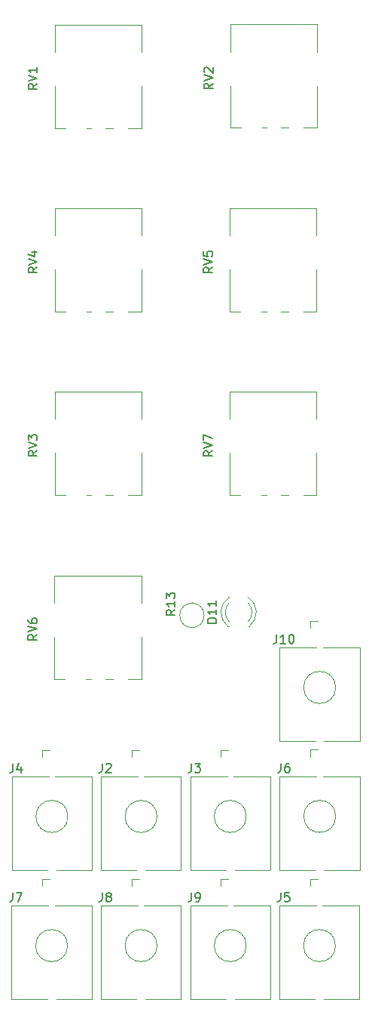
<source format=gbr>
%TF.GenerationSoftware,KiCad,Pcbnew,7.0.1-0*%
%TF.CreationDate,2023-11-10T19:31:01+13:00*%
%TF.ProjectId,Punkys-new-brew_control,50756e6b-7973-42d6-9e65-772d62726577,003*%
%TF.SameCoordinates,Original*%
%TF.FileFunction,Legend,Top*%
%TF.FilePolarity,Positive*%
%FSLAX46Y46*%
G04 Gerber Fmt 4.6, Leading zero omitted, Abs format (unit mm)*
G04 Created by KiCad (PCBNEW 7.0.1-0) date 2023-11-10 19:31:01*
%MOMM*%
%LPD*%
G01*
G04 APERTURE LIST*
%ADD10C,0.150000*%
%ADD11C,0.120000*%
G04 APERTURE END LIST*
D10*
%TO.C,RV4*%
X123962619Y-61470238D02*
X123486428Y-61803571D01*
X123962619Y-62041666D02*
X122962619Y-62041666D01*
X122962619Y-62041666D02*
X122962619Y-61660714D01*
X122962619Y-61660714D02*
X123010238Y-61565476D01*
X123010238Y-61565476D02*
X123057857Y-61517857D01*
X123057857Y-61517857D02*
X123153095Y-61470238D01*
X123153095Y-61470238D02*
X123295952Y-61470238D01*
X123295952Y-61470238D02*
X123391190Y-61517857D01*
X123391190Y-61517857D02*
X123438809Y-61565476D01*
X123438809Y-61565476D02*
X123486428Y-61660714D01*
X123486428Y-61660714D02*
X123486428Y-62041666D01*
X122962619Y-61184523D02*
X123962619Y-60851190D01*
X123962619Y-60851190D02*
X122962619Y-60517857D01*
X123295952Y-59755952D02*
X123962619Y-59755952D01*
X122915000Y-59994047D02*
X123629285Y-60232142D01*
X123629285Y-60232142D02*
X123629285Y-59613095D01*
%TO.C,RV5*%
X143662619Y-61470238D02*
X143186428Y-61803571D01*
X143662619Y-62041666D02*
X142662619Y-62041666D01*
X142662619Y-62041666D02*
X142662619Y-61660714D01*
X142662619Y-61660714D02*
X142710238Y-61565476D01*
X142710238Y-61565476D02*
X142757857Y-61517857D01*
X142757857Y-61517857D02*
X142853095Y-61470238D01*
X142853095Y-61470238D02*
X142995952Y-61470238D01*
X142995952Y-61470238D02*
X143091190Y-61517857D01*
X143091190Y-61517857D02*
X143138809Y-61565476D01*
X143138809Y-61565476D02*
X143186428Y-61660714D01*
X143186428Y-61660714D02*
X143186428Y-62041666D01*
X142662619Y-61184523D02*
X143662619Y-60851190D01*
X143662619Y-60851190D02*
X142662619Y-60517857D01*
X142662619Y-59708333D02*
X142662619Y-60184523D01*
X142662619Y-60184523D02*
X143138809Y-60232142D01*
X143138809Y-60232142D02*
X143091190Y-60184523D01*
X143091190Y-60184523D02*
X143043571Y-60089285D01*
X143043571Y-60089285D02*
X143043571Y-59851190D01*
X143043571Y-59851190D02*
X143091190Y-59755952D01*
X143091190Y-59755952D02*
X143138809Y-59708333D01*
X143138809Y-59708333D02*
X143234047Y-59660714D01*
X143234047Y-59660714D02*
X143472142Y-59660714D01*
X143472142Y-59660714D02*
X143567380Y-59708333D01*
X143567380Y-59708333D02*
X143615000Y-59755952D01*
X143615000Y-59755952D02*
X143662619Y-59851190D01*
X143662619Y-59851190D02*
X143662619Y-60089285D01*
X143662619Y-60089285D02*
X143615000Y-60184523D01*
X143615000Y-60184523D02*
X143567380Y-60232142D01*
%TO.C,J7*%
X121216666Y-131642619D02*
X121216666Y-132356904D01*
X121216666Y-132356904D02*
X121169047Y-132499761D01*
X121169047Y-132499761D02*
X121073809Y-132595000D01*
X121073809Y-132595000D02*
X120930952Y-132642619D01*
X120930952Y-132642619D02*
X120835714Y-132642619D01*
X121597619Y-131642619D02*
X122264285Y-131642619D01*
X122264285Y-131642619D02*
X121835714Y-132642619D01*
%TO.C,J9*%
X141296666Y-131642619D02*
X141296666Y-132356904D01*
X141296666Y-132356904D02*
X141249047Y-132499761D01*
X141249047Y-132499761D02*
X141153809Y-132595000D01*
X141153809Y-132595000D02*
X141010952Y-132642619D01*
X141010952Y-132642619D02*
X140915714Y-132642619D01*
X141820476Y-132642619D02*
X142010952Y-132642619D01*
X142010952Y-132642619D02*
X142106190Y-132595000D01*
X142106190Y-132595000D02*
X142153809Y-132547380D01*
X142153809Y-132547380D02*
X142249047Y-132404523D01*
X142249047Y-132404523D02*
X142296666Y-132214047D01*
X142296666Y-132214047D02*
X142296666Y-131833095D01*
X142296666Y-131833095D02*
X142249047Y-131737857D01*
X142249047Y-131737857D02*
X142201428Y-131690238D01*
X142201428Y-131690238D02*
X142106190Y-131642619D01*
X142106190Y-131642619D02*
X141915714Y-131642619D01*
X141915714Y-131642619D02*
X141820476Y-131690238D01*
X141820476Y-131690238D02*
X141772857Y-131737857D01*
X141772857Y-131737857D02*
X141725238Y-131833095D01*
X141725238Y-131833095D02*
X141725238Y-132071190D01*
X141725238Y-132071190D02*
X141772857Y-132166428D01*
X141772857Y-132166428D02*
X141820476Y-132214047D01*
X141820476Y-132214047D02*
X141915714Y-132261666D01*
X141915714Y-132261666D02*
X142106190Y-132261666D01*
X142106190Y-132261666D02*
X142201428Y-132214047D01*
X142201428Y-132214047D02*
X142249047Y-132166428D01*
X142249047Y-132166428D02*
X142296666Y-132071190D01*
%TO.C,J2*%
X131266666Y-117152619D02*
X131266666Y-117866904D01*
X131266666Y-117866904D02*
X131219047Y-118009761D01*
X131219047Y-118009761D02*
X131123809Y-118105000D01*
X131123809Y-118105000D02*
X130980952Y-118152619D01*
X130980952Y-118152619D02*
X130885714Y-118152619D01*
X131695238Y-117247857D02*
X131742857Y-117200238D01*
X131742857Y-117200238D02*
X131838095Y-117152619D01*
X131838095Y-117152619D02*
X132076190Y-117152619D01*
X132076190Y-117152619D02*
X132171428Y-117200238D01*
X132171428Y-117200238D02*
X132219047Y-117247857D01*
X132219047Y-117247857D02*
X132266666Y-117343095D01*
X132266666Y-117343095D02*
X132266666Y-117438333D01*
X132266666Y-117438333D02*
X132219047Y-117581190D01*
X132219047Y-117581190D02*
X131647619Y-118152619D01*
X131647619Y-118152619D02*
X132266666Y-118152619D01*
%TO.C,J6*%
X151356666Y-117142619D02*
X151356666Y-117856904D01*
X151356666Y-117856904D02*
X151309047Y-117999761D01*
X151309047Y-117999761D02*
X151213809Y-118095000D01*
X151213809Y-118095000D02*
X151070952Y-118142619D01*
X151070952Y-118142619D02*
X150975714Y-118142619D01*
X152261428Y-117142619D02*
X152070952Y-117142619D01*
X152070952Y-117142619D02*
X151975714Y-117190238D01*
X151975714Y-117190238D02*
X151928095Y-117237857D01*
X151928095Y-117237857D02*
X151832857Y-117380714D01*
X151832857Y-117380714D02*
X151785238Y-117571190D01*
X151785238Y-117571190D02*
X151785238Y-117952142D01*
X151785238Y-117952142D02*
X151832857Y-118047380D01*
X151832857Y-118047380D02*
X151880476Y-118095000D01*
X151880476Y-118095000D02*
X151975714Y-118142619D01*
X151975714Y-118142619D02*
X152166190Y-118142619D01*
X152166190Y-118142619D02*
X152261428Y-118095000D01*
X152261428Y-118095000D02*
X152309047Y-118047380D01*
X152309047Y-118047380D02*
X152356666Y-117952142D01*
X152356666Y-117952142D02*
X152356666Y-117714047D01*
X152356666Y-117714047D02*
X152309047Y-117618809D01*
X152309047Y-117618809D02*
X152261428Y-117571190D01*
X152261428Y-117571190D02*
X152166190Y-117523571D01*
X152166190Y-117523571D02*
X151975714Y-117523571D01*
X151975714Y-117523571D02*
X151880476Y-117571190D01*
X151880476Y-117571190D02*
X151832857Y-117618809D01*
X151832857Y-117618809D02*
X151785238Y-117714047D01*
%TO.C,J4*%
X121236666Y-117152619D02*
X121236666Y-117866904D01*
X121236666Y-117866904D02*
X121189047Y-118009761D01*
X121189047Y-118009761D02*
X121093809Y-118105000D01*
X121093809Y-118105000D02*
X120950952Y-118152619D01*
X120950952Y-118152619D02*
X120855714Y-118152619D01*
X122141428Y-117485952D02*
X122141428Y-118152619D01*
X121903333Y-117105000D02*
X121665238Y-117819285D01*
X121665238Y-117819285D02*
X122284285Y-117819285D01*
%TO.C,RV6*%
X123942619Y-102670238D02*
X123466428Y-103003571D01*
X123942619Y-103241666D02*
X122942619Y-103241666D01*
X122942619Y-103241666D02*
X122942619Y-102860714D01*
X122942619Y-102860714D02*
X122990238Y-102765476D01*
X122990238Y-102765476D02*
X123037857Y-102717857D01*
X123037857Y-102717857D02*
X123133095Y-102670238D01*
X123133095Y-102670238D02*
X123275952Y-102670238D01*
X123275952Y-102670238D02*
X123371190Y-102717857D01*
X123371190Y-102717857D02*
X123418809Y-102765476D01*
X123418809Y-102765476D02*
X123466428Y-102860714D01*
X123466428Y-102860714D02*
X123466428Y-103241666D01*
X122942619Y-102384523D02*
X123942619Y-102051190D01*
X123942619Y-102051190D02*
X122942619Y-101717857D01*
X122942619Y-100955952D02*
X122942619Y-101146428D01*
X122942619Y-101146428D02*
X122990238Y-101241666D01*
X122990238Y-101241666D02*
X123037857Y-101289285D01*
X123037857Y-101289285D02*
X123180714Y-101384523D01*
X123180714Y-101384523D02*
X123371190Y-101432142D01*
X123371190Y-101432142D02*
X123752142Y-101432142D01*
X123752142Y-101432142D02*
X123847380Y-101384523D01*
X123847380Y-101384523D02*
X123895000Y-101336904D01*
X123895000Y-101336904D02*
X123942619Y-101241666D01*
X123942619Y-101241666D02*
X123942619Y-101051190D01*
X123942619Y-101051190D02*
X123895000Y-100955952D01*
X123895000Y-100955952D02*
X123847380Y-100908333D01*
X123847380Y-100908333D02*
X123752142Y-100860714D01*
X123752142Y-100860714D02*
X123514047Y-100860714D01*
X123514047Y-100860714D02*
X123418809Y-100908333D01*
X123418809Y-100908333D02*
X123371190Y-100955952D01*
X123371190Y-100955952D02*
X123323571Y-101051190D01*
X123323571Y-101051190D02*
X123323571Y-101241666D01*
X123323571Y-101241666D02*
X123371190Y-101336904D01*
X123371190Y-101336904D02*
X123418809Y-101384523D01*
X123418809Y-101384523D02*
X123514047Y-101432142D01*
%TO.C,RV2*%
X143692619Y-40850238D02*
X143216428Y-41183571D01*
X143692619Y-41421666D02*
X142692619Y-41421666D01*
X142692619Y-41421666D02*
X142692619Y-41040714D01*
X142692619Y-41040714D02*
X142740238Y-40945476D01*
X142740238Y-40945476D02*
X142787857Y-40897857D01*
X142787857Y-40897857D02*
X142883095Y-40850238D01*
X142883095Y-40850238D02*
X143025952Y-40850238D01*
X143025952Y-40850238D02*
X143121190Y-40897857D01*
X143121190Y-40897857D02*
X143168809Y-40945476D01*
X143168809Y-40945476D02*
X143216428Y-41040714D01*
X143216428Y-41040714D02*
X143216428Y-41421666D01*
X142692619Y-40564523D02*
X143692619Y-40231190D01*
X143692619Y-40231190D02*
X142692619Y-39897857D01*
X142787857Y-39612142D02*
X142740238Y-39564523D01*
X142740238Y-39564523D02*
X142692619Y-39469285D01*
X142692619Y-39469285D02*
X142692619Y-39231190D01*
X142692619Y-39231190D02*
X142740238Y-39135952D01*
X142740238Y-39135952D02*
X142787857Y-39088333D01*
X142787857Y-39088333D02*
X142883095Y-39040714D01*
X142883095Y-39040714D02*
X142978333Y-39040714D01*
X142978333Y-39040714D02*
X143121190Y-39088333D01*
X143121190Y-39088333D02*
X143692619Y-39659761D01*
X143692619Y-39659761D02*
X143692619Y-39040714D01*
%TO.C,R13*%
X139442619Y-99902857D02*
X138966428Y-100236190D01*
X139442619Y-100474285D02*
X138442619Y-100474285D01*
X138442619Y-100474285D02*
X138442619Y-100093333D01*
X138442619Y-100093333D02*
X138490238Y-99998095D01*
X138490238Y-99998095D02*
X138537857Y-99950476D01*
X138537857Y-99950476D02*
X138633095Y-99902857D01*
X138633095Y-99902857D02*
X138775952Y-99902857D01*
X138775952Y-99902857D02*
X138871190Y-99950476D01*
X138871190Y-99950476D02*
X138918809Y-99998095D01*
X138918809Y-99998095D02*
X138966428Y-100093333D01*
X138966428Y-100093333D02*
X138966428Y-100474285D01*
X139442619Y-98950476D02*
X139442619Y-99521904D01*
X139442619Y-99236190D02*
X138442619Y-99236190D01*
X138442619Y-99236190D02*
X138585476Y-99331428D01*
X138585476Y-99331428D02*
X138680714Y-99426666D01*
X138680714Y-99426666D02*
X138728333Y-99521904D01*
X138442619Y-98617142D02*
X138442619Y-97998095D01*
X138442619Y-97998095D02*
X138823571Y-98331428D01*
X138823571Y-98331428D02*
X138823571Y-98188571D01*
X138823571Y-98188571D02*
X138871190Y-98093333D01*
X138871190Y-98093333D02*
X138918809Y-98045714D01*
X138918809Y-98045714D02*
X139014047Y-97998095D01*
X139014047Y-97998095D02*
X139252142Y-97998095D01*
X139252142Y-97998095D02*
X139347380Y-98045714D01*
X139347380Y-98045714D02*
X139395000Y-98093333D01*
X139395000Y-98093333D02*
X139442619Y-98188571D01*
X139442619Y-98188571D02*
X139442619Y-98474285D01*
X139442619Y-98474285D02*
X139395000Y-98569523D01*
X139395000Y-98569523D02*
X139347380Y-98617142D01*
%TO.C,RV3*%
X123962619Y-82070238D02*
X123486428Y-82403571D01*
X123962619Y-82641666D02*
X122962619Y-82641666D01*
X122962619Y-82641666D02*
X122962619Y-82260714D01*
X122962619Y-82260714D02*
X123010238Y-82165476D01*
X123010238Y-82165476D02*
X123057857Y-82117857D01*
X123057857Y-82117857D02*
X123153095Y-82070238D01*
X123153095Y-82070238D02*
X123295952Y-82070238D01*
X123295952Y-82070238D02*
X123391190Y-82117857D01*
X123391190Y-82117857D02*
X123438809Y-82165476D01*
X123438809Y-82165476D02*
X123486428Y-82260714D01*
X123486428Y-82260714D02*
X123486428Y-82641666D01*
X122962619Y-81784523D02*
X123962619Y-81451190D01*
X123962619Y-81451190D02*
X122962619Y-81117857D01*
X122962619Y-80879761D02*
X122962619Y-80260714D01*
X122962619Y-80260714D02*
X123343571Y-80594047D01*
X123343571Y-80594047D02*
X123343571Y-80451190D01*
X123343571Y-80451190D02*
X123391190Y-80355952D01*
X123391190Y-80355952D02*
X123438809Y-80308333D01*
X123438809Y-80308333D02*
X123534047Y-80260714D01*
X123534047Y-80260714D02*
X123772142Y-80260714D01*
X123772142Y-80260714D02*
X123867380Y-80308333D01*
X123867380Y-80308333D02*
X123915000Y-80355952D01*
X123915000Y-80355952D02*
X123962619Y-80451190D01*
X123962619Y-80451190D02*
X123962619Y-80736904D01*
X123962619Y-80736904D02*
X123915000Y-80832142D01*
X123915000Y-80832142D02*
X123867380Y-80879761D01*
%TO.C,J3*%
X141296666Y-117152619D02*
X141296666Y-117866904D01*
X141296666Y-117866904D02*
X141249047Y-118009761D01*
X141249047Y-118009761D02*
X141153809Y-118105000D01*
X141153809Y-118105000D02*
X141010952Y-118152619D01*
X141010952Y-118152619D02*
X140915714Y-118152619D01*
X141677619Y-117152619D02*
X142296666Y-117152619D01*
X142296666Y-117152619D02*
X141963333Y-117533571D01*
X141963333Y-117533571D02*
X142106190Y-117533571D01*
X142106190Y-117533571D02*
X142201428Y-117581190D01*
X142201428Y-117581190D02*
X142249047Y-117628809D01*
X142249047Y-117628809D02*
X142296666Y-117724047D01*
X142296666Y-117724047D02*
X142296666Y-117962142D01*
X142296666Y-117962142D02*
X142249047Y-118057380D01*
X142249047Y-118057380D02*
X142201428Y-118105000D01*
X142201428Y-118105000D02*
X142106190Y-118152619D01*
X142106190Y-118152619D02*
X141820476Y-118152619D01*
X141820476Y-118152619D02*
X141725238Y-118105000D01*
X141725238Y-118105000D02*
X141677619Y-118057380D01*
%TO.C,RV7*%
X143662619Y-82070238D02*
X143186428Y-82403571D01*
X143662619Y-82641666D02*
X142662619Y-82641666D01*
X142662619Y-82641666D02*
X142662619Y-82260714D01*
X142662619Y-82260714D02*
X142710238Y-82165476D01*
X142710238Y-82165476D02*
X142757857Y-82117857D01*
X142757857Y-82117857D02*
X142853095Y-82070238D01*
X142853095Y-82070238D02*
X142995952Y-82070238D01*
X142995952Y-82070238D02*
X143091190Y-82117857D01*
X143091190Y-82117857D02*
X143138809Y-82165476D01*
X143138809Y-82165476D02*
X143186428Y-82260714D01*
X143186428Y-82260714D02*
X143186428Y-82641666D01*
X142662619Y-81784523D02*
X143662619Y-81451190D01*
X143662619Y-81451190D02*
X142662619Y-81117857D01*
X142662619Y-80879761D02*
X142662619Y-80213095D01*
X142662619Y-80213095D02*
X143662619Y-80641666D01*
%TO.C,J10*%
X150870476Y-102672619D02*
X150870476Y-103386904D01*
X150870476Y-103386904D02*
X150822857Y-103529761D01*
X150822857Y-103529761D02*
X150727619Y-103625000D01*
X150727619Y-103625000D02*
X150584762Y-103672619D01*
X150584762Y-103672619D02*
X150489524Y-103672619D01*
X151870476Y-103672619D02*
X151299048Y-103672619D01*
X151584762Y-103672619D02*
X151584762Y-102672619D01*
X151584762Y-102672619D02*
X151489524Y-102815476D01*
X151489524Y-102815476D02*
X151394286Y-102910714D01*
X151394286Y-102910714D02*
X151299048Y-102958333D01*
X152489524Y-102672619D02*
X152584762Y-102672619D01*
X152584762Y-102672619D02*
X152680000Y-102720238D01*
X152680000Y-102720238D02*
X152727619Y-102767857D01*
X152727619Y-102767857D02*
X152775238Y-102863095D01*
X152775238Y-102863095D02*
X152822857Y-103053571D01*
X152822857Y-103053571D02*
X152822857Y-103291666D01*
X152822857Y-103291666D02*
X152775238Y-103482142D01*
X152775238Y-103482142D02*
X152727619Y-103577380D01*
X152727619Y-103577380D02*
X152680000Y-103625000D01*
X152680000Y-103625000D02*
X152584762Y-103672619D01*
X152584762Y-103672619D02*
X152489524Y-103672619D01*
X152489524Y-103672619D02*
X152394286Y-103625000D01*
X152394286Y-103625000D02*
X152346667Y-103577380D01*
X152346667Y-103577380D02*
X152299048Y-103482142D01*
X152299048Y-103482142D02*
X152251429Y-103291666D01*
X152251429Y-103291666D02*
X152251429Y-103053571D01*
X152251429Y-103053571D02*
X152299048Y-102863095D01*
X152299048Y-102863095D02*
X152346667Y-102767857D01*
X152346667Y-102767857D02*
X152394286Y-102720238D01*
X152394286Y-102720238D02*
X152489524Y-102672619D01*
%TO.C,RV1*%
X123962619Y-40870238D02*
X123486428Y-41203571D01*
X123962619Y-41441666D02*
X122962619Y-41441666D01*
X122962619Y-41441666D02*
X122962619Y-41060714D01*
X122962619Y-41060714D02*
X123010238Y-40965476D01*
X123010238Y-40965476D02*
X123057857Y-40917857D01*
X123057857Y-40917857D02*
X123153095Y-40870238D01*
X123153095Y-40870238D02*
X123295952Y-40870238D01*
X123295952Y-40870238D02*
X123391190Y-40917857D01*
X123391190Y-40917857D02*
X123438809Y-40965476D01*
X123438809Y-40965476D02*
X123486428Y-41060714D01*
X123486428Y-41060714D02*
X123486428Y-41441666D01*
X122962619Y-40584523D02*
X123962619Y-40251190D01*
X123962619Y-40251190D02*
X122962619Y-39917857D01*
X123962619Y-39060714D02*
X123962619Y-39632142D01*
X123962619Y-39346428D02*
X122962619Y-39346428D01*
X122962619Y-39346428D02*
X123105476Y-39441666D01*
X123105476Y-39441666D02*
X123200714Y-39536904D01*
X123200714Y-39536904D02*
X123248333Y-39632142D01*
%TO.C,J5*%
X151326666Y-131642619D02*
X151326666Y-132356904D01*
X151326666Y-132356904D02*
X151279047Y-132499761D01*
X151279047Y-132499761D02*
X151183809Y-132595000D01*
X151183809Y-132595000D02*
X151040952Y-132642619D01*
X151040952Y-132642619D02*
X150945714Y-132642619D01*
X152279047Y-131642619D02*
X151802857Y-131642619D01*
X151802857Y-131642619D02*
X151755238Y-132118809D01*
X151755238Y-132118809D02*
X151802857Y-132071190D01*
X151802857Y-132071190D02*
X151898095Y-132023571D01*
X151898095Y-132023571D02*
X152136190Y-132023571D01*
X152136190Y-132023571D02*
X152231428Y-132071190D01*
X152231428Y-132071190D02*
X152279047Y-132118809D01*
X152279047Y-132118809D02*
X152326666Y-132214047D01*
X152326666Y-132214047D02*
X152326666Y-132452142D01*
X152326666Y-132452142D02*
X152279047Y-132547380D01*
X152279047Y-132547380D02*
X152231428Y-132595000D01*
X152231428Y-132595000D02*
X152136190Y-132642619D01*
X152136190Y-132642619D02*
X151898095Y-132642619D01*
X151898095Y-132642619D02*
X151802857Y-132595000D01*
X151802857Y-132595000D02*
X151755238Y-132547380D01*
%TO.C,D11*%
X144102619Y-101384285D02*
X143102619Y-101384285D01*
X143102619Y-101384285D02*
X143102619Y-101146190D01*
X143102619Y-101146190D02*
X143150238Y-101003333D01*
X143150238Y-101003333D02*
X143245476Y-100908095D01*
X143245476Y-100908095D02*
X143340714Y-100860476D01*
X143340714Y-100860476D02*
X143531190Y-100812857D01*
X143531190Y-100812857D02*
X143674047Y-100812857D01*
X143674047Y-100812857D02*
X143864523Y-100860476D01*
X143864523Y-100860476D02*
X143959761Y-100908095D01*
X143959761Y-100908095D02*
X144055000Y-101003333D01*
X144055000Y-101003333D02*
X144102619Y-101146190D01*
X144102619Y-101146190D02*
X144102619Y-101384285D01*
X144102619Y-99860476D02*
X144102619Y-100431904D01*
X144102619Y-100146190D02*
X143102619Y-100146190D01*
X143102619Y-100146190D02*
X143245476Y-100241428D01*
X143245476Y-100241428D02*
X143340714Y-100336666D01*
X143340714Y-100336666D02*
X143388333Y-100431904D01*
X144102619Y-98908095D02*
X144102619Y-99479523D01*
X144102619Y-99193809D02*
X143102619Y-99193809D01*
X143102619Y-99193809D02*
X143245476Y-99289047D01*
X143245476Y-99289047D02*
X143340714Y-99384285D01*
X143340714Y-99384285D02*
X143388333Y-99479523D01*
%TO.C,J8*%
X131266666Y-131642619D02*
X131266666Y-132356904D01*
X131266666Y-132356904D02*
X131219047Y-132499761D01*
X131219047Y-132499761D02*
X131123809Y-132595000D01*
X131123809Y-132595000D02*
X130980952Y-132642619D01*
X130980952Y-132642619D02*
X130885714Y-132642619D01*
X131885714Y-132071190D02*
X131790476Y-132023571D01*
X131790476Y-132023571D02*
X131742857Y-131975952D01*
X131742857Y-131975952D02*
X131695238Y-131880714D01*
X131695238Y-131880714D02*
X131695238Y-131833095D01*
X131695238Y-131833095D02*
X131742857Y-131737857D01*
X131742857Y-131737857D02*
X131790476Y-131690238D01*
X131790476Y-131690238D02*
X131885714Y-131642619D01*
X131885714Y-131642619D02*
X132076190Y-131642619D01*
X132076190Y-131642619D02*
X132171428Y-131690238D01*
X132171428Y-131690238D02*
X132219047Y-131737857D01*
X132219047Y-131737857D02*
X132266666Y-131833095D01*
X132266666Y-131833095D02*
X132266666Y-131880714D01*
X132266666Y-131880714D02*
X132219047Y-131975952D01*
X132219047Y-131975952D02*
X132171428Y-132023571D01*
X132171428Y-132023571D02*
X132076190Y-132071190D01*
X132076190Y-132071190D02*
X131885714Y-132071190D01*
X131885714Y-132071190D02*
X131790476Y-132118809D01*
X131790476Y-132118809D02*
X131742857Y-132166428D01*
X131742857Y-132166428D02*
X131695238Y-132261666D01*
X131695238Y-132261666D02*
X131695238Y-132452142D01*
X131695238Y-132452142D02*
X131742857Y-132547380D01*
X131742857Y-132547380D02*
X131790476Y-132595000D01*
X131790476Y-132595000D02*
X131885714Y-132642619D01*
X131885714Y-132642619D02*
X132076190Y-132642619D01*
X132076190Y-132642619D02*
X132171428Y-132595000D01*
X132171428Y-132595000D02*
X132219047Y-132547380D01*
X132219047Y-132547380D02*
X132266666Y-132452142D01*
X132266666Y-132452142D02*
X132266666Y-132261666D01*
X132266666Y-132261666D02*
X132219047Y-132166428D01*
X132219047Y-132166428D02*
X132171428Y-132118809D01*
X132171428Y-132118809D02*
X132076190Y-132071190D01*
D11*
%TO.C,RV4*%
X125920000Y-66445000D02*
X125920000Y-61725000D01*
X127110000Y-66445000D02*
X125930000Y-66445000D01*
X130010000Y-66445000D02*
X129480000Y-66445000D01*
X132460000Y-66445000D02*
X131630000Y-66445000D01*
X135670000Y-66445000D02*
X134180000Y-66445000D01*
X135670000Y-66445000D02*
X135670000Y-61725000D01*
X125930000Y-57915000D02*
X125930000Y-54855000D01*
X135670000Y-57915000D02*
X135670000Y-54855000D01*
X135670000Y-54855000D02*
X125930000Y-54855000D01*
%TO.C,RV5*%
X145620000Y-66445000D02*
X145620000Y-61725000D01*
X146810000Y-66445000D02*
X145630000Y-66445000D01*
X149710000Y-66445000D02*
X149180000Y-66445000D01*
X152160000Y-66445000D02*
X151330000Y-66445000D01*
X155370000Y-66445000D02*
X153880000Y-66445000D01*
X155370000Y-66445000D02*
X155370000Y-61725000D01*
X145630000Y-57915000D02*
X145630000Y-54855000D01*
X155370000Y-57915000D02*
X155370000Y-54855000D01*
X155370000Y-54855000D02*
X145630000Y-54855000D01*
%TO.C,J7*%
X121080000Y-133080000D02*
X121080000Y-143580000D01*
X124520000Y-130100000D02*
X124520000Y-130900000D01*
X124520000Y-130100000D02*
X125380000Y-130100000D01*
X125080000Y-143580000D02*
X121080000Y-143580000D01*
X125230000Y-133080000D02*
X121080000Y-133080000D01*
X130080000Y-133080000D02*
X125930000Y-133080000D01*
X130080000Y-133080000D02*
X130080000Y-143580000D01*
X130080000Y-143580000D02*
X126080000Y-143580000D01*
X127380000Y-137580000D02*
G75*
G03*
X127380000Y-137580000I-1800000J0D01*
G01*
%TO.C,J9*%
X141160000Y-133080000D02*
X141160000Y-143580000D01*
X144600000Y-130100000D02*
X144600000Y-130900000D01*
X144600000Y-130100000D02*
X145460000Y-130100000D01*
X145160000Y-143580000D02*
X141160000Y-143580000D01*
X145310000Y-133080000D02*
X141160000Y-133080000D01*
X150160000Y-133080000D02*
X146010000Y-133080000D01*
X150160000Y-133080000D02*
X150160000Y-143580000D01*
X150160000Y-143580000D02*
X146160000Y-143580000D01*
X147460000Y-137580000D02*
G75*
G03*
X147460000Y-137580000I-1800000J0D01*
G01*
%TO.C,J2*%
X131130000Y-118590000D02*
X131130000Y-129090000D01*
X134570000Y-115610000D02*
X134570000Y-116410000D01*
X134570000Y-115610000D02*
X135430000Y-115610000D01*
X135130000Y-129090000D02*
X131130000Y-129090000D01*
X135280000Y-118590000D02*
X131130000Y-118590000D01*
X140130000Y-118590000D02*
X135980000Y-118590000D01*
X140130000Y-118590000D02*
X140130000Y-129090000D01*
X140130000Y-129090000D02*
X136130000Y-129090000D01*
X137430000Y-123090000D02*
G75*
G03*
X137430000Y-123090000I-1800000J0D01*
G01*
%TO.C,J6*%
X151220000Y-118580000D02*
X151220000Y-129080000D01*
X154660000Y-115600000D02*
X154660000Y-116400000D01*
X154660000Y-115600000D02*
X155520000Y-115600000D01*
X155220000Y-129080000D02*
X151220000Y-129080000D01*
X155370000Y-118580000D02*
X151220000Y-118580000D01*
X160220000Y-118580000D02*
X156070000Y-118580000D01*
X160220000Y-118580000D02*
X160220000Y-129080000D01*
X160220000Y-129080000D02*
X156220000Y-129080000D01*
X157520000Y-123080000D02*
G75*
G03*
X157520000Y-123080000I-1800000J0D01*
G01*
%TO.C,J4*%
X121100000Y-118590000D02*
X121100000Y-129090000D01*
X124540000Y-115610000D02*
X124540000Y-116410000D01*
X124540000Y-115610000D02*
X125400000Y-115610000D01*
X125100000Y-129090000D02*
X121100000Y-129090000D01*
X125250000Y-118590000D02*
X121100000Y-118590000D01*
X130100000Y-118590000D02*
X125950000Y-118590000D01*
X130100000Y-118590000D02*
X130100000Y-129090000D01*
X130100000Y-129090000D02*
X126100000Y-129090000D01*
X127400000Y-123090000D02*
G75*
G03*
X127400000Y-123090000I-1800000J0D01*
G01*
%TO.C,RV6*%
X125900000Y-107645000D02*
X125900000Y-102925000D01*
X127090000Y-107645000D02*
X125910000Y-107645000D01*
X129990000Y-107645000D02*
X129460000Y-107645000D01*
X132440000Y-107645000D02*
X131610000Y-107645000D01*
X135650000Y-107645000D02*
X134160000Y-107645000D01*
X135650000Y-107645000D02*
X135650000Y-102925000D01*
X125910000Y-99115000D02*
X125910000Y-96055000D01*
X135650000Y-99115000D02*
X135650000Y-96055000D01*
X135650000Y-96055000D02*
X125910000Y-96055000D01*
%TO.C,RV2*%
X145650000Y-45825000D02*
X145650000Y-41105000D01*
X146840000Y-45825000D02*
X145660000Y-45825000D01*
X149740000Y-45825000D02*
X149210000Y-45825000D01*
X152190000Y-45825000D02*
X151360000Y-45825000D01*
X155400000Y-45825000D02*
X153910000Y-45825000D01*
X155400000Y-45825000D02*
X155400000Y-41105000D01*
X145660000Y-37295000D02*
X145660000Y-34235000D01*
X155400000Y-37295000D02*
X155400000Y-34235000D01*
X155400000Y-34235000D02*
X145660000Y-34235000D01*
%TO.C,R13*%
X141350000Y-99160000D02*
X141350000Y-99090000D01*
X142720000Y-100530000D02*
G75*
G03*
X142720000Y-100530000I-1370000J0D01*
G01*
%TO.C,RV3*%
X125920000Y-87045000D02*
X125920000Y-82325000D01*
X127110000Y-87045000D02*
X125930000Y-87045000D01*
X130010000Y-87045000D02*
X129480000Y-87045000D01*
X132460000Y-87045000D02*
X131630000Y-87045000D01*
X135670000Y-87045000D02*
X134180000Y-87045000D01*
X135670000Y-87045000D02*
X135670000Y-82325000D01*
X125930000Y-78515000D02*
X125930000Y-75455000D01*
X135670000Y-78515000D02*
X135670000Y-75455000D01*
X135670000Y-75455000D02*
X125930000Y-75455000D01*
%TO.C,J3*%
X141160000Y-118590000D02*
X141160000Y-129090000D01*
X144600000Y-115610000D02*
X144600000Y-116410000D01*
X144600000Y-115610000D02*
X145460000Y-115610000D01*
X145160000Y-129090000D02*
X141160000Y-129090000D01*
X145310000Y-118590000D02*
X141160000Y-118590000D01*
X150160000Y-118590000D02*
X146010000Y-118590000D01*
X150160000Y-118590000D02*
X150160000Y-129090000D01*
X150160000Y-129090000D02*
X146160000Y-129090000D01*
X147460000Y-123090000D02*
G75*
G03*
X147460000Y-123090000I-1800000J0D01*
G01*
%TO.C,RV7*%
X145620000Y-87045000D02*
X145620000Y-82325000D01*
X146810000Y-87045000D02*
X145630000Y-87045000D01*
X149710000Y-87045000D02*
X149180000Y-87045000D01*
X152160000Y-87045000D02*
X151330000Y-87045000D01*
X155370000Y-87045000D02*
X153880000Y-87045000D01*
X155370000Y-87045000D02*
X155370000Y-82325000D01*
X145630000Y-78515000D02*
X145630000Y-75455000D01*
X155370000Y-78515000D02*
X155370000Y-75455000D01*
X155370000Y-75455000D02*
X145630000Y-75455000D01*
%TO.C,J10*%
X151210000Y-104110000D02*
X151210000Y-114610000D01*
X154650000Y-101130000D02*
X154650000Y-101930000D01*
X154650000Y-101130000D02*
X155510000Y-101130000D01*
X155210000Y-114610000D02*
X151210000Y-114610000D01*
X155360000Y-104110000D02*
X151210000Y-104110000D01*
X160210000Y-104110000D02*
X156060000Y-104110000D01*
X160210000Y-104110000D02*
X160210000Y-114610000D01*
X160210000Y-114610000D02*
X156210000Y-114610000D01*
X157510000Y-108610000D02*
G75*
G03*
X157510000Y-108610000I-1800000J0D01*
G01*
%TO.C,RV1*%
X125920000Y-45845000D02*
X125920000Y-41125000D01*
X127110000Y-45845000D02*
X125930000Y-45845000D01*
X130010000Y-45845000D02*
X129480000Y-45845000D01*
X132460000Y-45845000D02*
X131630000Y-45845000D01*
X135670000Y-45845000D02*
X134180000Y-45845000D01*
X135670000Y-45845000D02*
X135670000Y-41125000D01*
X125930000Y-37315000D02*
X125930000Y-34255000D01*
X135670000Y-37315000D02*
X135670000Y-34255000D01*
X135670000Y-34255000D02*
X125930000Y-34255000D01*
%TO.C,J5*%
X151190000Y-133080000D02*
X151190000Y-143580000D01*
X154630000Y-130100000D02*
X154630000Y-130900000D01*
X154630000Y-130100000D02*
X155490000Y-130100000D01*
X155190000Y-143580000D02*
X151190000Y-143580000D01*
X155340000Y-133080000D02*
X151190000Y-133080000D01*
X160190000Y-133080000D02*
X156040000Y-133080000D01*
X160190000Y-133080000D02*
X160190000Y-143580000D01*
X160190000Y-143580000D02*
X156190000Y-143580000D01*
X157490000Y-137580000D02*
G75*
G03*
X157490000Y-137580000I-1800000J0D01*
G01*
%TO.C,D11*%
X145364000Y-101730000D02*
X145520000Y-101730000D01*
X147680000Y-101730000D02*
X147836000Y-101730000D01*
X145521392Y-98497666D02*
G75*
G03*
X145364485Y-101729999I1078608J-1672334D01*
G01*
X145520164Y-99128871D02*
G75*
G03*
X145520001Y-101210960I1079836J-1041129D01*
G01*
X147679999Y-101210960D02*
G75*
G03*
X147679836Y-99128871I-1079999J1040960D01*
G01*
X147835515Y-101729999D02*
G75*
G03*
X147678608Y-98497666I-1235515J1559999D01*
G01*
%TO.C,J8*%
X131130000Y-133080000D02*
X131130000Y-143580000D01*
X134570000Y-130100000D02*
X134570000Y-130900000D01*
X134570000Y-130100000D02*
X135430000Y-130100000D01*
X135130000Y-143580000D02*
X131130000Y-143580000D01*
X135280000Y-133080000D02*
X131130000Y-133080000D01*
X140130000Y-133080000D02*
X135980000Y-133080000D01*
X140130000Y-133080000D02*
X140130000Y-143580000D01*
X140130000Y-143580000D02*
X136130000Y-143580000D01*
X137430000Y-137580000D02*
G75*
G03*
X137430000Y-137580000I-1800000J0D01*
G01*
%TD*%
M02*

</source>
